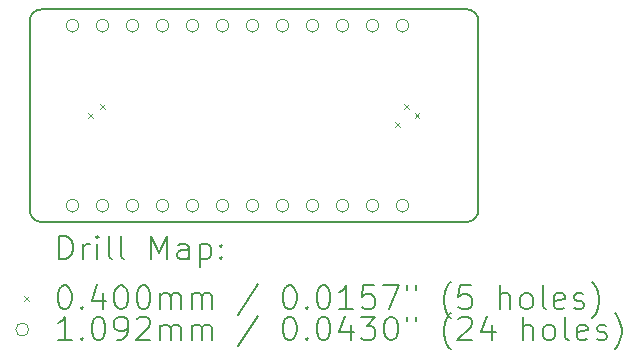
<source format=gbr>
%FSLAX45Y45*%
G04 Gerber Fmt 4.5, Leading zero omitted, Abs format (unit mm)*
G04 Created by KiCad (PCBNEW (6.0.6)) date 2022-10-25 17:15:19*
%MOMM*%
%LPD*%
G01*
G04 APERTURE LIST*
%TA.AperFunction,Profile*%
%ADD10C,0.150000*%
%TD*%
%ADD11C,0.200000*%
%ADD12C,0.040000*%
%ADD13C,0.109220*%
G04 APERTURE END LIST*
D10*
X4625000Y-4210000D02*
X4625000Y-5810000D01*
X4625000Y-5810000D02*
G75*
G03*
X4725000Y-5910000I100000J0D01*
G01*
X8325000Y-5910000D02*
G75*
G03*
X8425000Y-5810000I0J100000D01*
G01*
X8325000Y-4110000D02*
X4725000Y-4110000D01*
X8425000Y-5810000D02*
X8425000Y-4210000D01*
X4725000Y-5910000D02*
X8325000Y-5910000D01*
X4725000Y-4110000D02*
G75*
G03*
X4625000Y-4210000I0J-100000D01*
G01*
X8425000Y-4210000D02*
G75*
G03*
X8325000Y-4110000I-100000J0D01*
G01*
D11*
D12*
X5120000Y-4990000D02*
X5160000Y-5030000D01*
X5160000Y-4990000D02*
X5120000Y-5030000D01*
X5220000Y-4910000D02*
X5260000Y-4950000D01*
X5260000Y-4910000D02*
X5220000Y-4950000D01*
X7718600Y-5063921D02*
X7758600Y-5103921D01*
X7758600Y-5063921D02*
X7718600Y-5103921D01*
X7793550Y-4914021D02*
X7833550Y-4954021D01*
X7833550Y-4914021D02*
X7793550Y-4954021D01*
X7885892Y-4988971D02*
X7925892Y-5028971D01*
X7925892Y-4988971D02*
X7885892Y-5028971D01*
D13*
X5042610Y-4248000D02*
G75*
G03*
X5042610Y-4248000I-54610J0D01*
G01*
X5042610Y-5772000D02*
G75*
G03*
X5042610Y-5772000I-54610J0D01*
G01*
X5296610Y-4248000D02*
G75*
G03*
X5296610Y-4248000I-54610J0D01*
G01*
X5296610Y-5772000D02*
G75*
G03*
X5296610Y-5772000I-54610J0D01*
G01*
X5550610Y-4248000D02*
G75*
G03*
X5550610Y-4248000I-54610J0D01*
G01*
X5550610Y-5772000D02*
G75*
G03*
X5550610Y-5772000I-54610J0D01*
G01*
X5804610Y-4248000D02*
G75*
G03*
X5804610Y-4248000I-54610J0D01*
G01*
X5804610Y-5772000D02*
G75*
G03*
X5804610Y-5772000I-54610J0D01*
G01*
X6058610Y-4248000D02*
G75*
G03*
X6058610Y-4248000I-54610J0D01*
G01*
X6058610Y-5772000D02*
G75*
G03*
X6058610Y-5772000I-54610J0D01*
G01*
X6312610Y-4248000D02*
G75*
G03*
X6312610Y-4248000I-54610J0D01*
G01*
X6312610Y-5772000D02*
G75*
G03*
X6312610Y-5772000I-54610J0D01*
G01*
X6566610Y-4248000D02*
G75*
G03*
X6566610Y-4248000I-54610J0D01*
G01*
X6566610Y-5772000D02*
G75*
G03*
X6566610Y-5772000I-54610J0D01*
G01*
X6820610Y-4248000D02*
G75*
G03*
X6820610Y-4248000I-54610J0D01*
G01*
X6820610Y-5772000D02*
G75*
G03*
X6820610Y-5772000I-54610J0D01*
G01*
X7074610Y-4248000D02*
G75*
G03*
X7074610Y-4248000I-54610J0D01*
G01*
X7074610Y-5772000D02*
G75*
G03*
X7074610Y-5772000I-54610J0D01*
G01*
X7328610Y-4248000D02*
G75*
G03*
X7328610Y-4248000I-54610J0D01*
G01*
X7328610Y-5772000D02*
G75*
G03*
X7328610Y-5772000I-54610J0D01*
G01*
X7582610Y-4248000D02*
G75*
G03*
X7582610Y-4248000I-54610J0D01*
G01*
X7582610Y-5772000D02*
G75*
G03*
X7582610Y-5772000I-54610J0D01*
G01*
X7836610Y-4248000D02*
G75*
G03*
X7836610Y-4248000I-54610J0D01*
G01*
X7836610Y-5772000D02*
G75*
G03*
X7836610Y-5772000I-54610J0D01*
G01*
D11*
X4875119Y-6227976D02*
X4875119Y-6027976D01*
X4922738Y-6027976D01*
X4951310Y-6037500D01*
X4970357Y-6056548D01*
X4979881Y-6075595D01*
X4989405Y-6113690D01*
X4989405Y-6142262D01*
X4979881Y-6180357D01*
X4970357Y-6199405D01*
X4951310Y-6218452D01*
X4922738Y-6227976D01*
X4875119Y-6227976D01*
X5075119Y-6227976D02*
X5075119Y-6094643D01*
X5075119Y-6132738D02*
X5084643Y-6113690D01*
X5094167Y-6104167D01*
X5113214Y-6094643D01*
X5132262Y-6094643D01*
X5198929Y-6227976D02*
X5198929Y-6094643D01*
X5198929Y-6027976D02*
X5189405Y-6037500D01*
X5198929Y-6047024D01*
X5208452Y-6037500D01*
X5198929Y-6027976D01*
X5198929Y-6047024D01*
X5322738Y-6227976D02*
X5303690Y-6218452D01*
X5294167Y-6199405D01*
X5294167Y-6027976D01*
X5427500Y-6227976D02*
X5408452Y-6218452D01*
X5398929Y-6199405D01*
X5398929Y-6027976D01*
X5656071Y-6227976D02*
X5656071Y-6027976D01*
X5722738Y-6170833D01*
X5789405Y-6027976D01*
X5789405Y-6227976D01*
X5970357Y-6227976D02*
X5970357Y-6123214D01*
X5960833Y-6104167D01*
X5941786Y-6094643D01*
X5903690Y-6094643D01*
X5884643Y-6104167D01*
X5970357Y-6218452D02*
X5951309Y-6227976D01*
X5903690Y-6227976D01*
X5884643Y-6218452D01*
X5875119Y-6199405D01*
X5875119Y-6180357D01*
X5884643Y-6161309D01*
X5903690Y-6151786D01*
X5951309Y-6151786D01*
X5970357Y-6142262D01*
X6065595Y-6094643D02*
X6065595Y-6294643D01*
X6065595Y-6104167D02*
X6084643Y-6094643D01*
X6122738Y-6094643D01*
X6141786Y-6104167D01*
X6151309Y-6113690D01*
X6160833Y-6132738D01*
X6160833Y-6189881D01*
X6151309Y-6208928D01*
X6141786Y-6218452D01*
X6122738Y-6227976D01*
X6084643Y-6227976D01*
X6065595Y-6218452D01*
X6246548Y-6208928D02*
X6256071Y-6218452D01*
X6246548Y-6227976D01*
X6237024Y-6218452D01*
X6246548Y-6208928D01*
X6246548Y-6227976D01*
X6246548Y-6104167D02*
X6256071Y-6113690D01*
X6246548Y-6123214D01*
X6237024Y-6113690D01*
X6246548Y-6104167D01*
X6246548Y-6123214D01*
D12*
X4577500Y-6537500D02*
X4617500Y-6577500D01*
X4617500Y-6537500D02*
X4577500Y-6577500D01*
D11*
X4913214Y-6447976D02*
X4932262Y-6447976D01*
X4951310Y-6457500D01*
X4960833Y-6467024D01*
X4970357Y-6486071D01*
X4979881Y-6524167D01*
X4979881Y-6571786D01*
X4970357Y-6609881D01*
X4960833Y-6628928D01*
X4951310Y-6638452D01*
X4932262Y-6647976D01*
X4913214Y-6647976D01*
X4894167Y-6638452D01*
X4884643Y-6628928D01*
X4875119Y-6609881D01*
X4865595Y-6571786D01*
X4865595Y-6524167D01*
X4875119Y-6486071D01*
X4884643Y-6467024D01*
X4894167Y-6457500D01*
X4913214Y-6447976D01*
X5065595Y-6628928D02*
X5075119Y-6638452D01*
X5065595Y-6647976D01*
X5056071Y-6638452D01*
X5065595Y-6628928D01*
X5065595Y-6647976D01*
X5246548Y-6514643D02*
X5246548Y-6647976D01*
X5198929Y-6438452D02*
X5151310Y-6581309D01*
X5275119Y-6581309D01*
X5389405Y-6447976D02*
X5408452Y-6447976D01*
X5427500Y-6457500D01*
X5437024Y-6467024D01*
X5446548Y-6486071D01*
X5456071Y-6524167D01*
X5456071Y-6571786D01*
X5446548Y-6609881D01*
X5437024Y-6628928D01*
X5427500Y-6638452D01*
X5408452Y-6647976D01*
X5389405Y-6647976D01*
X5370357Y-6638452D01*
X5360833Y-6628928D01*
X5351310Y-6609881D01*
X5341786Y-6571786D01*
X5341786Y-6524167D01*
X5351310Y-6486071D01*
X5360833Y-6467024D01*
X5370357Y-6457500D01*
X5389405Y-6447976D01*
X5579881Y-6447976D02*
X5598928Y-6447976D01*
X5617976Y-6457500D01*
X5627500Y-6467024D01*
X5637024Y-6486071D01*
X5646548Y-6524167D01*
X5646548Y-6571786D01*
X5637024Y-6609881D01*
X5627500Y-6628928D01*
X5617976Y-6638452D01*
X5598928Y-6647976D01*
X5579881Y-6647976D01*
X5560833Y-6638452D01*
X5551310Y-6628928D01*
X5541786Y-6609881D01*
X5532262Y-6571786D01*
X5532262Y-6524167D01*
X5541786Y-6486071D01*
X5551310Y-6467024D01*
X5560833Y-6457500D01*
X5579881Y-6447976D01*
X5732262Y-6647976D02*
X5732262Y-6514643D01*
X5732262Y-6533690D02*
X5741786Y-6524167D01*
X5760833Y-6514643D01*
X5789405Y-6514643D01*
X5808452Y-6524167D01*
X5817976Y-6543214D01*
X5817976Y-6647976D01*
X5817976Y-6543214D02*
X5827500Y-6524167D01*
X5846548Y-6514643D01*
X5875119Y-6514643D01*
X5894167Y-6524167D01*
X5903690Y-6543214D01*
X5903690Y-6647976D01*
X5998928Y-6647976D02*
X5998928Y-6514643D01*
X5998928Y-6533690D02*
X6008452Y-6524167D01*
X6027500Y-6514643D01*
X6056071Y-6514643D01*
X6075119Y-6524167D01*
X6084643Y-6543214D01*
X6084643Y-6647976D01*
X6084643Y-6543214D02*
X6094167Y-6524167D01*
X6113214Y-6514643D01*
X6141786Y-6514643D01*
X6160833Y-6524167D01*
X6170357Y-6543214D01*
X6170357Y-6647976D01*
X6560833Y-6438452D02*
X6389405Y-6695595D01*
X6817976Y-6447976D02*
X6837024Y-6447976D01*
X6856071Y-6457500D01*
X6865595Y-6467024D01*
X6875119Y-6486071D01*
X6884643Y-6524167D01*
X6884643Y-6571786D01*
X6875119Y-6609881D01*
X6865595Y-6628928D01*
X6856071Y-6638452D01*
X6837024Y-6647976D01*
X6817976Y-6647976D01*
X6798928Y-6638452D01*
X6789405Y-6628928D01*
X6779881Y-6609881D01*
X6770357Y-6571786D01*
X6770357Y-6524167D01*
X6779881Y-6486071D01*
X6789405Y-6467024D01*
X6798928Y-6457500D01*
X6817976Y-6447976D01*
X6970357Y-6628928D02*
X6979881Y-6638452D01*
X6970357Y-6647976D01*
X6960833Y-6638452D01*
X6970357Y-6628928D01*
X6970357Y-6647976D01*
X7103690Y-6447976D02*
X7122738Y-6447976D01*
X7141786Y-6457500D01*
X7151309Y-6467024D01*
X7160833Y-6486071D01*
X7170357Y-6524167D01*
X7170357Y-6571786D01*
X7160833Y-6609881D01*
X7151309Y-6628928D01*
X7141786Y-6638452D01*
X7122738Y-6647976D01*
X7103690Y-6647976D01*
X7084643Y-6638452D01*
X7075119Y-6628928D01*
X7065595Y-6609881D01*
X7056071Y-6571786D01*
X7056071Y-6524167D01*
X7065595Y-6486071D01*
X7075119Y-6467024D01*
X7084643Y-6457500D01*
X7103690Y-6447976D01*
X7360833Y-6647976D02*
X7246548Y-6647976D01*
X7303690Y-6647976D02*
X7303690Y-6447976D01*
X7284643Y-6476548D01*
X7265595Y-6495595D01*
X7246548Y-6505119D01*
X7541786Y-6447976D02*
X7446548Y-6447976D01*
X7437024Y-6543214D01*
X7446548Y-6533690D01*
X7465595Y-6524167D01*
X7513214Y-6524167D01*
X7532262Y-6533690D01*
X7541786Y-6543214D01*
X7551309Y-6562262D01*
X7551309Y-6609881D01*
X7541786Y-6628928D01*
X7532262Y-6638452D01*
X7513214Y-6647976D01*
X7465595Y-6647976D01*
X7446548Y-6638452D01*
X7437024Y-6628928D01*
X7617976Y-6447976D02*
X7751309Y-6447976D01*
X7665595Y-6647976D01*
X7817976Y-6447976D02*
X7817976Y-6486071D01*
X7894167Y-6447976D02*
X7894167Y-6486071D01*
X8189405Y-6724167D02*
X8179881Y-6714643D01*
X8160833Y-6686071D01*
X8151309Y-6667024D01*
X8141786Y-6638452D01*
X8132262Y-6590833D01*
X8132262Y-6552738D01*
X8141786Y-6505119D01*
X8151309Y-6476548D01*
X8160833Y-6457500D01*
X8179881Y-6428928D01*
X8189405Y-6419405D01*
X8360833Y-6447976D02*
X8265595Y-6447976D01*
X8256071Y-6543214D01*
X8265595Y-6533690D01*
X8284643Y-6524167D01*
X8332262Y-6524167D01*
X8351309Y-6533690D01*
X8360833Y-6543214D01*
X8370357Y-6562262D01*
X8370357Y-6609881D01*
X8360833Y-6628928D01*
X8351309Y-6638452D01*
X8332262Y-6647976D01*
X8284643Y-6647976D01*
X8265595Y-6638452D01*
X8256071Y-6628928D01*
X8608452Y-6647976D02*
X8608452Y-6447976D01*
X8694167Y-6647976D02*
X8694167Y-6543214D01*
X8684643Y-6524167D01*
X8665595Y-6514643D01*
X8637024Y-6514643D01*
X8617976Y-6524167D01*
X8608452Y-6533690D01*
X8817976Y-6647976D02*
X8798929Y-6638452D01*
X8789405Y-6628928D01*
X8779881Y-6609881D01*
X8779881Y-6552738D01*
X8789405Y-6533690D01*
X8798929Y-6524167D01*
X8817976Y-6514643D01*
X8846548Y-6514643D01*
X8865595Y-6524167D01*
X8875119Y-6533690D01*
X8884643Y-6552738D01*
X8884643Y-6609881D01*
X8875119Y-6628928D01*
X8865595Y-6638452D01*
X8846548Y-6647976D01*
X8817976Y-6647976D01*
X8998929Y-6647976D02*
X8979881Y-6638452D01*
X8970357Y-6619405D01*
X8970357Y-6447976D01*
X9151310Y-6638452D02*
X9132262Y-6647976D01*
X9094167Y-6647976D01*
X9075119Y-6638452D01*
X9065595Y-6619405D01*
X9065595Y-6543214D01*
X9075119Y-6524167D01*
X9094167Y-6514643D01*
X9132262Y-6514643D01*
X9151310Y-6524167D01*
X9160833Y-6543214D01*
X9160833Y-6562262D01*
X9065595Y-6581309D01*
X9237024Y-6638452D02*
X9256071Y-6647976D01*
X9294167Y-6647976D01*
X9313214Y-6638452D01*
X9322738Y-6619405D01*
X9322738Y-6609881D01*
X9313214Y-6590833D01*
X9294167Y-6581309D01*
X9265595Y-6581309D01*
X9246548Y-6571786D01*
X9237024Y-6552738D01*
X9237024Y-6543214D01*
X9246548Y-6524167D01*
X9265595Y-6514643D01*
X9294167Y-6514643D01*
X9313214Y-6524167D01*
X9389405Y-6724167D02*
X9398929Y-6714643D01*
X9417976Y-6686071D01*
X9427500Y-6667024D01*
X9437024Y-6638452D01*
X9446548Y-6590833D01*
X9446548Y-6552738D01*
X9437024Y-6505119D01*
X9427500Y-6476548D01*
X9417976Y-6457500D01*
X9398929Y-6428928D01*
X9389405Y-6419405D01*
D13*
X4617500Y-6821500D02*
G75*
G03*
X4617500Y-6821500I-54610J0D01*
G01*
D11*
X4979881Y-6911976D02*
X4865595Y-6911976D01*
X4922738Y-6911976D02*
X4922738Y-6711976D01*
X4903690Y-6740548D01*
X4884643Y-6759595D01*
X4865595Y-6769119D01*
X5065595Y-6892928D02*
X5075119Y-6902452D01*
X5065595Y-6911976D01*
X5056071Y-6902452D01*
X5065595Y-6892928D01*
X5065595Y-6911976D01*
X5198929Y-6711976D02*
X5217976Y-6711976D01*
X5237024Y-6721500D01*
X5246548Y-6731024D01*
X5256071Y-6750071D01*
X5265595Y-6788167D01*
X5265595Y-6835786D01*
X5256071Y-6873881D01*
X5246548Y-6892928D01*
X5237024Y-6902452D01*
X5217976Y-6911976D01*
X5198929Y-6911976D01*
X5179881Y-6902452D01*
X5170357Y-6892928D01*
X5160833Y-6873881D01*
X5151310Y-6835786D01*
X5151310Y-6788167D01*
X5160833Y-6750071D01*
X5170357Y-6731024D01*
X5179881Y-6721500D01*
X5198929Y-6711976D01*
X5360833Y-6911976D02*
X5398929Y-6911976D01*
X5417976Y-6902452D01*
X5427500Y-6892928D01*
X5446548Y-6864357D01*
X5456071Y-6826262D01*
X5456071Y-6750071D01*
X5446548Y-6731024D01*
X5437024Y-6721500D01*
X5417976Y-6711976D01*
X5379881Y-6711976D01*
X5360833Y-6721500D01*
X5351310Y-6731024D01*
X5341786Y-6750071D01*
X5341786Y-6797690D01*
X5351310Y-6816738D01*
X5360833Y-6826262D01*
X5379881Y-6835786D01*
X5417976Y-6835786D01*
X5437024Y-6826262D01*
X5446548Y-6816738D01*
X5456071Y-6797690D01*
X5532262Y-6731024D02*
X5541786Y-6721500D01*
X5560833Y-6711976D01*
X5608452Y-6711976D01*
X5627500Y-6721500D01*
X5637024Y-6731024D01*
X5646548Y-6750071D01*
X5646548Y-6769119D01*
X5637024Y-6797690D01*
X5522738Y-6911976D01*
X5646548Y-6911976D01*
X5732262Y-6911976D02*
X5732262Y-6778643D01*
X5732262Y-6797690D02*
X5741786Y-6788167D01*
X5760833Y-6778643D01*
X5789405Y-6778643D01*
X5808452Y-6788167D01*
X5817976Y-6807214D01*
X5817976Y-6911976D01*
X5817976Y-6807214D02*
X5827500Y-6788167D01*
X5846548Y-6778643D01*
X5875119Y-6778643D01*
X5894167Y-6788167D01*
X5903690Y-6807214D01*
X5903690Y-6911976D01*
X5998928Y-6911976D02*
X5998928Y-6778643D01*
X5998928Y-6797690D02*
X6008452Y-6788167D01*
X6027500Y-6778643D01*
X6056071Y-6778643D01*
X6075119Y-6788167D01*
X6084643Y-6807214D01*
X6084643Y-6911976D01*
X6084643Y-6807214D02*
X6094167Y-6788167D01*
X6113214Y-6778643D01*
X6141786Y-6778643D01*
X6160833Y-6788167D01*
X6170357Y-6807214D01*
X6170357Y-6911976D01*
X6560833Y-6702452D02*
X6389405Y-6959595D01*
X6817976Y-6711976D02*
X6837024Y-6711976D01*
X6856071Y-6721500D01*
X6865595Y-6731024D01*
X6875119Y-6750071D01*
X6884643Y-6788167D01*
X6884643Y-6835786D01*
X6875119Y-6873881D01*
X6865595Y-6892928D01*
X6856071Y-6902452D01*
X6837024Y-6911976D01*
X6817976Y-6911976D01*
X6798928Y-6902452D01*
X6789405Y-6892928D01*
X6779881Y-6873881D01*
X6770357Y-6835786D01*
X6770357Y-6788167D01*
X6779881Y-6750071D01*
X6789405Y-6731024D01*
X6798928Y-6721500D01*
X6817976Y-6711976D01*
X6970357Y-6892928D02*
X6979881Y-6902452D01*
X6970357Y-6911976D01*
X6960833Y-6902452D01*
X6970357Y-6892928D01*
X6970357Y-6911976D01*
X7103690Y-6711976D02*
X7122738Y-6711976D01*
X7141786Y-6721500D01*
X7151309Y-6731024D01*
X7160833Y-6750071D01*
X7170357Y-6788167D01*
X7170357Y-6835786D01*
X7160833Y-6873881D01*
X7151309Y-6892928D01*
X7141786Y-6902452D01*
X7122738Y-6911976D01*
X7103690Y-6911976D01*
X7084643Y-6902452D01*
X7075119Y-6892928D01*
X7065595Y-6873881D01*
X7056071Y-6835786D01*
X7056071Y-6788167D01*
X7065595Y-6750071D01*
X7075119Y-6731024D01*
X7084643Y-6721500D01*
X7103690Y-6711976D01*
X7341786Y-6778643D02*
X7341786Y-6911976D01*
X7294167Y-6702452D02*
X7246548Y-6845309D01*
X7370357Y-6845309D01*
X7427500Y-6711976D02*
X7551309Y-6711976D01*
X7484643Y-6788167D01*
X7513214Y-6788167D01*
X7532262Y-6797690D01*
X7541786Y-6807214D01*
X7551309Y-6826262D01*
X7551309Y-6873881D01*
X7541786Y-6892928D01*
X7532262Y-6902452D01*
X7513214Y-6911976D01*
X7456071Y-6911976D01*
X7437024Y-6902452D01*
X7427500Y-6892928D01*
X7675119Y-6711976D02*
X7694167Y-6711976D01*
X7713214Y-6721500D01*
X7722738Y-6731024D01*
X7732262Y-6750071D01*
X7741786Y-6788167D01*
X7741786Y-6835786D01*
X7732262Y-6873881D01*
X7722738Y-6892928D01*
X7713214Y-6902452D01*
X7694167Y-6911976D01*
X7675119Y-6911976D01*
X7656071Y-6902452D01*
X7646548Y-6892928D01*
X7637024Y-6873881D01*
X7627500Y-6835786D01*
X7627500Y-6788167D01*
X7637024Y-6750071D01*
X7646548Y-6731024D01*
X7656071Y-6721500D01*
X7675119Y-6711976D01*
X7817976Y-6711976D02*
X7817976Y-6750071D01*
X7894167Y-6711976D02*
X7894167Y-6750071D01*
X8189405Y-6988167D02*
X8179881Y-6978643D01*
X8160833Y-6950071D01*
X8151309Y-6931024D01*
X8141786Y-6902452D01*
X8132262Y-6854833D01*
X8132262Y-6816738D01*
X8141786Y-6769119D01*
X8151309Y-6740548D01*
X8160833Y-6721500D01*
X8179881Y-6692928D01*
X8189405Y-6683405D01*
X8256071Y-6731024D02*
X8265595Y-6721500D01*
X8284643Y-6711976D01*
X8332262Y-6711976D01*
X8351309Y-6721500D01*
X8360833Y-6731024D01*
X8370357Y-6750071D01*
X8370357Y-6769119D01*
X8360833Y-6797690D01*
X8246548Y-6911976D01*
X8370357Y-6911976D01*
X8541786Y-6778643D02*
X8541786Y-6911976D01*
X8494167Y-6702452D02*
X8446548Y-6845309D01*
X8570357Y-6845309D01*
X8798929Y-6911976D02*
X8798929Y-6711976D01*
X8884643Y-6911976D02*
X8884643Y-6807214D01*
X8875119Y-6788167D01*
X8856071Y-6778643D01*
X8827500Y-6778643D01*
X8808452Y-6788167D01*
X8798929Y-6797690D01*
X9008452Y-6911976D02*
X8989405Y-6902452D01*
X8979881Y-6892928D01*
X8970357Y-6873881D01*
X8970357Y-6816738D01*
X8979881Y-6797690D01*
X8989405Y-6788167D01*
X9008452Y-6778643D01*
X9037024Y-6778643D01*
X9056071Y-6788167D01*
X9065595Y-6797690D01*
X9075119Y-6816738D01*
X9075119Y-6873881D01*
X9065595Y-6892928D01*
X9056071Y-6902452D01*
X9037024Y-6911976D01*
X9008452Y-6911976D01*
X9189405Y-6911976D02*
X9170357Y-6902452D01*
X9160833Y-6883405D01*
X9160833Y-6711976D01*
X9341786Y-6902452D02*
X9322738Y-6911976D01*
X9284643Y-6911976D01*
X9265595Y-6902452D01*
X9256071Y-6883405D01*
X9256071Y-6807214D01*
X9265595Y-6788167D01*
X9284643Y-6778643D01*
X9322738Y-6778643D01*
X9341786Y-6788167D01*
X9351310Y-6807214D01*
X9351310Y-6826262D01*
X9256071Y-6845309D01*
X9427500Y-6902452D02*
X9446548Y-6911976D01*
X9484643Y-6911976D01*
X9503690Y-6902452D01*
X9513214Y-6883405D01*
X9513214Y-6873881D01*
X9503690Y-6854833D01*
X9484643Y-6845309D01*
X9456071Y-6845309D01*
X9437024Y-6835786D01*
X9427500Y-6816738D01*
X9427500Y-6807214D01*
X9437024Y-6788167D01*
X9456071Y-6778643D01*
X9484643Y-6778643D01*
X9503690Y-6788167D01*
X9579881Y-6988167D02*
X9589405Y-6978643D01*
X9608452Y-6950071D01*
X9617976Y-6931024D01*
X9627500Y-6902452D01*
X9637024Y-6854833D01*
X9637024Y-6816738D01*
X9627500Y-6769119D01*
X9617976Y-6740548D01*
X9608452Y-6721500D01*
X9589405Y-6692928D01*
X9579881Y-6683405D01*
M02*

</source>
